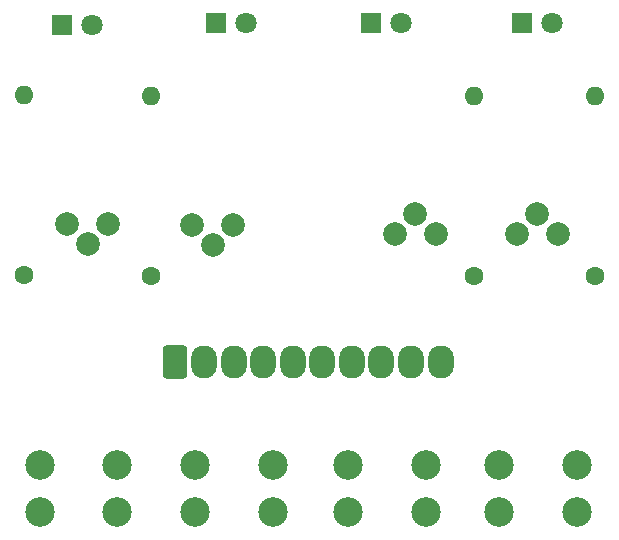
<source format=gbr>
G04 #@! TF.GenerationSoftware,KiCad,Pcbnew,(6.0.4)*
G04 #@! TF.CreationDate,2022-04-20T18:40:44+02:00*
G04 #@! TF.ProjectId,P_ytka_prze__cznika_NE068,50427974-6b61-45f7-9072-7a654205637a,rev?*
G04 #@! TF.SameCoordinates,Original*
G04 #@! TF.FileFunction,Copper,L1,Top*
G04 #@! TF.FilePolarity,Positive*
%FSLAX46Y46*%
G04 Gerber Fmt 4.6, Leading zero omitted, Abs format (unit mm)*
G04 Created by KiCad (PCBNEW (6.0.4)) date 2022-04-20 18:40:44*
%MOMM*%
%LPD*%
G01*
G04 APERTURE LIST*
G04 Aperture macros list*
%AMRoundRect*
0 Rectangle with rounded corners*
0 $1 Rounding radius*
0 $2 $3 $4 $5 $6 $7 $8 $9 X,Y pos of 4 corners*
0 Add a 4 corners polygon primitive as box body*
4,1,4,$2,$3,$4,$5,$6,$7,$8,$9,$2,$3,0*
0 Add four circle primitives for the rounded corners*
1,1,$1+$1,$2,$3*
1,1,$1+$1,$4,$5*
1,1,$1+$1,$6,$7*
1,1,$1+$1,$8,$9*
0 Add four rect primitives between the rounded corners*
20,1,$1+$1,$2,$3,$4,$5,0*
20,1,$1+$1,$4,$5,$6,$7,0*
20,1,$1+$1,$6,$7,$8,$9,0*
20,1,$1+$1,$8,$9,$2,$3,0*%
G04 Aperture macros list end*
G04 #@! TA.AperFunction,ComponentPad*
%ADD10R,1.800000X1.800000*%
G04 #@! TD*
G04 #@! TA.AperFunction,ComponentPad*
%ADD11C,1.800000*%
G04 #@! TD*
G04 #@! TA.AperFunction,ComponentPad*
%ADD12C,1.600000*%
G04 #@! TD*
G04 #@! TA.AperFunction,ComponentPad*
%ADD13O,1.600000X1.600000*%
G04 #@! TD*
G04 #@! TA.AperFunction,ComponentPad*
%ADD14C,2.500000*%
G04 #@! TD*
G04 #@! TA.AperFunction,ComponentPad*
%ADD15C,2.000000*%
G04 #@! TD*
G04 #@! TA.AperFunction,ComponentPad*
%ADD16RoundRect,0.308824X-0.741176X-1.091176X0.741176X-1.091176X0.741176X1.091176X-0.741176X1.091176X0*%
G04 #@! TD*
G04 #@! TA.AperFunction,ComponentPad*
%ADD17O,2.200000X2.800000*%
G04 #@! TD*
G04 APERTURE END LIST*
D10*
G04 #@! TO.P,D3,1,K*
G04 #@! TO.N,GND*
X135325000Y-75100000D03*
D11*
G04 #@! TO.P,D3,2,A*
G04 #@! TO.N,Net-(D3-Pad2)*
X137865000Y-75100000D03*
G04 #@! TD*
D12*
G04 #@! TO.P,R1,1*
G04 #@! TO.N,Net-(R1-Pad1)*
X106000000Y-96420000D03*
D13*
G04 #@! TO.P,R1,2*
G04 #@! TO.N,Net-(D1-Pad2)*
X106000000Y-81180000D03*
G04 #@! TD*
D14*
G04 #@! TO.P,SW2,1,1*
G04 #@! TO.N,Net-(Q2-Pad1)*
X127100000Y-116500000D03*
G04 #@! TO.P,SW2,2,2*
X120500000Y-116500000D03*
G04 #@! TO.P,SW2,3,K*
G04 #@! TO.N,Net-(J1-Pad2)*
X127100000Y-112500000D03*
G04 #@! TO.P,SW2,4,A*
X120500000Y-112500000D03*
G04 #@! TD*
D10*
G04 #@! TO.P,D1,1,K*
G04 #@! TO.N,GND*
X109225000Y-75200000D03*
D11*
G04 #@! TO.P,D1,2,A*
G04 #@! TO.N,Net-(D1-Pad2)*
X111765000Y-75200000D03*
G04 #@! TD*
D12*
G04 #@! TO.P,R2,1*
G04 #@! TO.N,Net-(R2-Pad1)*
X116700000Y-96520000D03*
D13*
G04 #@! TO.P,R2,2*
G04 #@! TO.N,Net-(D2-Pad2)*
X116700000Y-81280000D03*
G04 #@! TD*
D15*
G04 #@! TO.P,Q1,1,C*
G04 #@! TO.N,Net-(Q2-Pad1)*
X113100000Y-92100000D03*
G04 #@! TO.P,Q1,2,B*
G04 #@! TO.N,Net-(J1-Pad7)*
X111400000Y-93800000D03*
G04 #@! TO.P,Q1,3,E*
G04 #@! TO.N,Net-(R1-Pad1)*
X109600000Y-92100000D03*
G04 #@! TD*
D10*
G04 #@! TO.P,D4,1,K*
G04 #@! TO.N,GND*
X148125000Y-75100000D03*
D11*
G04 #@! TO.P,D4,2,A*
G04 #@! TO.N,Net-(D4-Pad2)*
X150665000Y-75100000D03*
G04 #@! TD*
D12*
G04 #@! TO.P,R4,1*
G04 #@! TO.N,Net-(R4-Pad1)*
X154300000Y-96500000D03*
D13*
G04 #@! TO.P,R4,2*
G04 #@! TO.N,Net-(D4-Pad2)*
X154300000Y-81260000D03*
G04 #@! TD*
D14*
G04 #@! TO.P,SW1,1,1*
G04 #@! TO.N,Net-(Q2-Pad1)*
X113900000Y-116500000D03*
G04 #@! TO.P,SW1,2,2*
X107300000Y-116500000D03*
G04 #@! TO.P,SW1,3,K*
G04 #@! TO.N,Net-(J1-Pad1)*
X113900000Y-112500000D03*
G04 #@! TO.P,SW1,4,A*
X107300000Y-112500000D03*
G04 #@! TD*
D15*
G04 #@! TO.P,Q4,1,C*
G04 #@! TO.N,Net-(Q2-Pad1)*
X147700000Y-92900000D03*
G04 #@! TO.P,Q4,2,B*
G04 #@! TO.N,Net-(Q4-Pad2)*
X149400000Y-91200000D03*
G04 #@! TO.P,Q4,3,E*
G04 #@! TO.N,Net-(R4-Pad1)*
X151200000Y-92900000D03*
G04 #@! TD*
D12*
G04 #@! TO.P,R3,1*
G04 #@! TO.N,Net-(R3-Pad1)*
X144100000Y-96520000D03*
D13*
G04 #@! TO.P,R3,2*
G04 #@! TO.N,Net-(D3-Pad2)*
X144100000Y-81280000D03*
G04 #@! TD*
D15*
G04 #@! TO.P,Q3,1,C*
G04 #@! TO.N,Net-(Q2-Pad1)*
X137400000Y-92900000D03*
G04 #@! TO.P,Q3,2,B*
G04 #@! TO.N,Net-(Q3-Pad2)*
X139100000Y-91200000D03*
G04 #@! TO.P,Q3,3,E*
G04 #@! TO.N,Net-(R3-Pad1)*
X140900000Y-92900000D03*
G04 #@! TD*
D14*
G04 #@! TO.P,SW4,1,1*
G04 #@! TO.N,Net-(Q2-Pad1)*
X152800000Y-116500000D03*
G04 #@! TO.P,SW4,2,2*
X146200000Y-116500000D03*
G04 #@! TO.P,SW4,3,K*
G04 #@! TO.N,Net-(SW4-Pad3)*
X152800000Y-112500000D03*
G04 #@! TO.P,SW4,4,A*
X146200000Y-112500000D03*
G04 #@! TD*
D10*
G04 #@! TO.P,D2,1,K*
G04 #@! TO.N,GND*
X122225000Y-75100000D03*
D11*
G04 #@! TO.P,D2,2,A*
G04 #@! TO.N,Net-(D2-Pad2)*
X124765000Y-75100000D03*
G04 #@! TD*
D16*
G04 #@! TO.P,J1,1,Pin_1*
G04 #@! TO.N,Net-(J1-Pad1)*
X118750000Y-103800000D03*
D17*
G04 #@! TO.P,J1,2,Pin_2*
G04 #@! TO.N,Net-(J1-Pad2)*
X121250000Y-103800000D03*
G04 #@! TO.P,J1,3,Pin_3*
G04 #@! TO.N,Net-(SW3-Pad3)*
X123750000Y-103800000D03*
G04 #@! TO.P,J1,4,Pin_4*
G04 #@! TO.N,Net-(SW4-Pad3)*
X126250000Y-103800000D03*
G04 #@! TO.P,J1,5,Pin_5*
G04 #@! TO.N,GND*
X128750000Y-103800000D03*
G04 #@! TO.P,J1,6,Pin_6*
G04 #@! TO.N,Net-(Q2-Pad1)*
X131250000Y-103800000D03*
G04 #@! TO.P,J1,7,Pin_7*
G04 #@! TO.N,Net-(J1-Pad7)*
X133750000Y-103800000D03*
G04 #@! TO.P,J1,8,Pin_8*
G04 #@! TO.N,Net-(Q2-Pad2)*
X136250000Y-103800000D03*
G04 #@! TO.P,J1,9,Pin_9*
G04 #@! TO.N,Net-(Q3-Pad2)*
X138750000Y-103800000D03*
G04 #@! TO.P,J1,10,Pin_10*
G04 #@! TO.N,Net-(Q4-Pad2)*
X141250000Y-103800000D03*
G04 #@! TD*
D15*
G04 #@! TO.P,Q2,1,C*
G04 #@! TO.N,Net-(Q2-Pad1)*
X123700000Y-92200000D03*
G04 #@! TO.P,Q2,2,B*
G04 #@! TO.N,Net-(Q2-Pad2)*
X122000000Y-93900000D03*
G04 #@! TO.P,Q2,3,E*
G04 #@! TO.N,Net-(R2-Pad1)*
X120200000Y-92200000D03*
G04 #@! TD*
D14*
G04 #@! TO.P,SW3,1,1*
G04 #@! TO.N,Net-(Q2-Pad1)*
X140000000Y-116500000D03*
G04 #@! TO.P,SW3,2,2*
X133400000Y-116500000D03*
G04 #@! TO.P,SW3,3,K*
G04 #@! TO.N,Net-(SW3-Pad3)*
X140000000Y-112500000D03*
G04 #@! TO.P,SW3,4,A*
X133400000Y-112500000D03*
G04 #@! TD*
M02*

</source>
